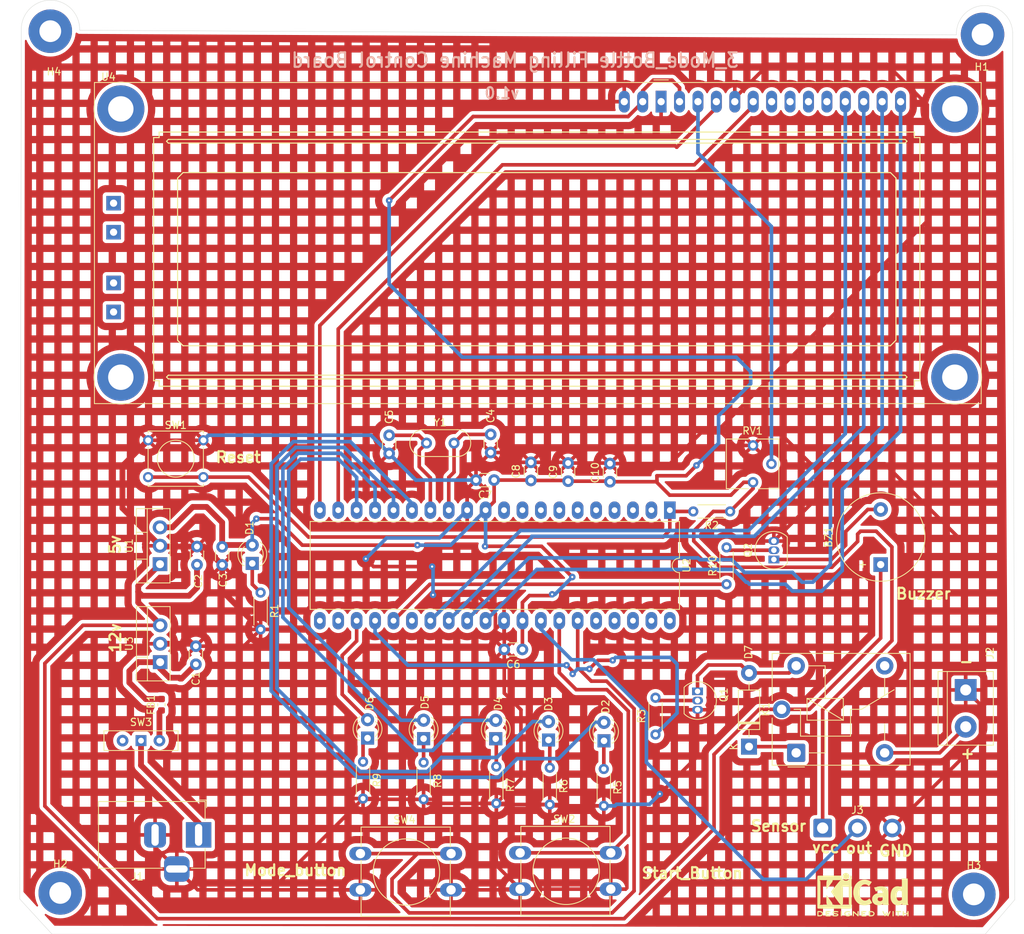
<source format=kicad_pcb>
(kicad_pcb (version 20221018) (generator pcbnew)
  (title_block (title "3 Mode bottle filling machine control board") (date "2024-06-26") (rev "v1") (company "MTCE Workshop"))
  (layers (0 "F.Cu" signal) (31 "B.Cu" signal) (34 "B.Paste" user) (35 "F.Paste" user) (36 "B.SilkS" user "B.Silkscreen") (37 "F.SilkS" user "F.Silkscreen") (38 "B.Mask" user) (39 "F.Mask" user) (44 "Edge.Cuts" user))
  (net 0 "")
  (net 1 "+12V")
  (net 2 "Net-(BZ1--)")
  (net 3 "Net-(U3-VI)")
  (net 4 "GND")
  (net 5 "+5V")
  (net 6 "Net-(U2-OSC1{slash}CLKI)")
  (net 7 "Net-(U2-OSC2{slash}CLKO)")
  (net 8 "Net-(D1-K)")
  (net 9 "Net-(D2-K)")
  (net 10 "Mode1")
  (net 11 "Net-(D3-K)")
  (net 12 "Mode2")
  (net 13 "Net-(D4-K)")
  (net 14 "Mode3")
  (net 15 "Net-(D5-K)")
  (net 16 "Pumping")
  (net 17 "Net-(D6-K)")
  (net 18 "Filled")
  (net 19 "Net-(D7-K)")
  (net 20 "Net-(D7-A)")
  (net 21 "Net-(SW3-A)")
  (net 22 "/16V")
  (net 23 "Net-(J2-Pin_2)")
  (net 24 "sensor")
  (net 26 "Net-(Q1-B)")
  (net 27 "Net-(Q2-B)")
  (net 28 "Net-(U2-~{MCLR}{slash}Vpp)")
  (net 29 "pump")
  (net 30 "buzzer")
  (net 31 "Net-(U4-VO)")
  (net 32 "start_button")
  (net 34 "Mode_Button")
  (net 44 "RS")
  (net 45 "EN")
  (net 49 "D4")
  (net 50 "D5")
  (net 51 "D6")
  (net 52 "D7")
  (footprint "Diode_THT:D_DO-41_SOD81_P10.16mm_Horizontal" (layer "F.Cu") (at 162.05 127.405 90)
    (fp_text reference "D7")
    (fp_text value "1N4007")
  )
  (footprint "Capacitor_THT:C_Disc_D3.0mm_W1.6mm_P2.50mm" (layer "F.Cu") (at 137.1 90.8 90)
    (fp_text reference "C9")
    (fp_text value "100n")
  )
  (footprint "Resistor_THT:R_Axial_DIN0204_L3.6mm_D1.6mm_P5.08mm_Horizontal" (layer "F.Cu") (at 149.15 125.74 90)
    (fp_text reference "R3")
    (fp_text value "10k")
  )
  (footprint "LED_THT:LED_D3.0mm" (layer "F.Cu") (at 93.55 102.14 90)
    (fp_text reference "D1")
    (fp_text value "Red")
  )
  (footprint "Resistor_THT:R_Axial_DIN0204_L3.6mm_D1.6mm_P5.08mm_Horizontal" (layer "F.Cu") (at 117.175 129.585 -90)
    (fp_text reference "R8")
    (fp_text value "1k5")
  )
  (footprint "Capacitor_THT:C_Disc_D3.0mm_W1.6mm_P2.50mm" (layer "F.Cu") (at 126.9 90.65 180)
    (fp_text reference "C7")
    (fp_text value "10n")
  )
  (footprint "LED_THT:LED_D3.0mm" (layer "F.Cu") (at 117.175 126.3 90)
    (fp_text reference "D5")
    (fp_text value "Yellow")
  )
  (footprint "Capacitor_THT:C_Disc_D3.0mm_W1.6mm_P2.50mm" (layer "F.Cu") (at 85.93 102.315 90)
    (fp_text reference "C2")
    (fp_text value "1uf")
  )
  (footprint "Capacitor_THT:C_Disc_D3.0mm_W1.6mm_P2.50mm" (layer "F.Cu") (at 131.975 90.7 90)
    (fp_text reference "C8")
    (fp_text value "100n")
  )
  (footprint "Symbol:KiCad-Logo2_5mm_SilkScreen" (layer "F.Cu") (at 177.75 147.8)
    (fp_text reference "REF**" hide)
    (fp_text value "KiCad-Logo2_5mm_SilkScreen" hide)
  )
  (footprint "Resistor_THT:R_Axial_DIN0204_L3.6mm_D1.6mm_P5.08mm_Horizontal" (layer "F.Cu") (at 134.575 130.31 -90)
    (fp_text reference "R6")
    (fp_text value "1k5")
  )
  (footprint "Resistor_THT:R_Axial_DIN0204_L3.6mm_D1.6mm_P5.08mm_Horizontal" (layer "F.Cu") (at 108.825 129.485 -90)
    (fp_text reference "R9")
    (fp_text value "1k5")
  )
  (footprint "Capacitor_THT:C_Disc_D3.0mm_W1.6mm_P2.50mm" (layer "F.Cu") (at 142.875 90.875 90)
    (fp_text reference "C10")
    (fp_text value "100n")
  )
  (footprint "Resistor_THT:R_Axial_DIN0204_L3.6mm_D1.6mm_P5.08mm_Horizontal" (layer "F.Cu") (at 94.7 106.16 -90)
    (fp_text reference "R1")
    (fp_text value "1k5")
  )
  (footprint "Display:LCD-016N002L" (layer "F.Cu") (at 149.925 38.4675)
    (fp_text reference "U4")
    (fp_text value "LCD-016N002L")
  )
  (footprint "Package_DIP:DIP-40_W15.24mm_LongPads" (layer "F.Cu") (at 151.125 94.795 -90)
    (fp_text reference "U2")
    (fp_text value "PIC16F877A-IP")
  )
  (footprint "Resistor_THT:R_Axial_DIN0204_L3.6mm_D1.6mm_P5.08mm_Horizontal" (layer "F.Cu") (at 159.44 94.975 180)
    (fp_text reference "R2")
    (fp_text value "10k")
  )
  (footprint "Package_TO_SOT_THT:TO-92_Inline" (layer "F.Cu") (at 154.95 119.775 -90)
    (fp_text reference "Q1")
    (fp_text value "BC547")
  )
  (footprint "Capacitor_THT:C_Disc_D3.0mm_W1.6mm_P2.50mm" (layer "F.Cu") (at 85.775 116.05 90)
    (fp_text reference "C1")
    (fp_text value "1uf")
  )
  (footprint "Resistor_THT:R_Axial_DIN0204_L3.6mm_D1.6mm_P5.08mm_Horizontal" (layer "F.Cu") (at 158.95 105.015 90)
    (fp_text reference "R10")
    (fp_text value "10k")
  )
  (footprint "LED_THT:LED_D3.0mm" (layer "F.Cu") (at 127.125 126.315 90)
    (fp_text reference "D4")
    (fp_text value "Blue")
  )
  (footprint "Buzzer_Beeper:Buzzer_12x9.5RM7.6" (layer "F.Cu") (at 180.2 102.3 90)
    (fp_text reference "BZ1")
    (fp_text value "Buzzer")
  )
  (footprint "TerminalBlock:TerminalBlock_bornier-2_P5.08mm" (layer "F.Cu") (at 191.925 119.585 -90)
    (fp_text reference "J2")
    (fp_text value "Screw_Terminal_01x02")
  )
  (footprint "Inductor_SMD:L_0603_1608Metric" (layer "F.Cu") (at 81.025 121.625 90)
    (fp_text reference "FB1")
    (fp_text value "FerriteBead")
  )
  (footprint "Resistor_THT:R_Axial_DIN0204_L3.6mm_D1.6mm_P5.08mm_Horizontal" (layer "F.Cu") (at 142.025 130.485 -90)
    (fp_text reference "R5")
    (fp_text value "1k5")
  )
  (footprint "MountingHole:MountingHole_3mm_Pad_TopBottom" (layer "F.Cu") (at 65.7 28.75)
    (fp_text reference "H4")
    (fp_text value "MountingHole_Pad")
  )
  (footprint "Button_Switch_THT:SW_Slide-03_Wuerth-WS-SLTV_10x2.5x6.4_P2.54mm" (layer "F.Cu") (at 78.21 126.575)
    (fp_text reference "SW3")
    (fp_text value "SW_Wuerth_450301014042")
  )
  (footprint "Resistor_THT:R_Axial_DIN0204_L3.6mm_D1.6mm_P5.08mm_Horizontal" (layer "F.Cu") (at 127.2 130.15 -90)
    (fp_text reference "R7")
    (fp_text value "1k5")
  )
  (footprint "MountingHole:MountingHole_3mm_Pad_TopBottom" (layer "F.Cu") (at 193.05 147.775)
    (fp_text reference "H3")
    (fp_text value "MountingHole_Pad")
  )
  (footprint "Relay_THT:Relay_SPDT_Finder_36.11" (layer "F.Cu") (at 168.55 128.2575 90)
    (fp_text reference "K1")
    (fp_text value "Relay_SPDT")
  )
  (footprint "LED_THT:LED_D3.0mm" (layer "F.Cu") (at 142.05 126.6 90)
    (fp_text reference "D2")
    (fp_text value "Blue")
  )
  (footprint "Button_Switch_THT:SW_PUSH-12mm" (layer "F.Cu") (at 108.46 142.15)
    (fp_text reference "SW4")
    (fp_text value "Mode_Button")
  )
  (footprint "Package_TO_SOT_THT:TO-92_Inline" (layer "F.Cu") (at 165.475 101.595 90)
    (fp_text reference "Q2")
    (fp_text value "BC547")
  )
  (footprint "Connector_BarrelJack:BarrelJack_Horizontal" (layer "F.Cu") (at 86.15 139.575)
    (fp_text reference "J1")
    (fp_text value "Barrel_Jack_Switch_Pin3Ring")
  )
  (footprint "Capacitor_THT:C_Disc_D3.0mm_W1.6mm_P2.50mm" (layer "F.Cu") (at 126.425 84.35 -90)
    (fp_text reference "C4")
    (fp_text value "C")
  )
  (footprint "MountingHole:MountingHole_3mm_Pad_TopBottom" (layer "F.Cu") (at 194.25 29.2)
    (fp_text reference "H1")
    (fp_text value "MountingHole_Pad")
  )
  (footprint "MountingHole:MountingHole_3mm_Pad_TopBottom" (layer "F.Cu") (at 67.075 147.575)
    (fp_text reference "H2")
    (fp_text value "MountingHole_Pad")
  )
  (footprint "Capacitor_THT:C_Disc_D3.0mm_W1.6mm_P2.50mm" (layer "F.Cu") (at 112.425 84.475 -90)
    (fp_text reference "C5")
    (fp_text value "C")
  )
  (footprint "Crystal:Crystal_HC52-U_Vertical" (layer "F.Cu") (at 117.575 85.55)
    (fp_text reference "Y1")
    (fp_text value "Crystal")
  )
  (footprint "Connector_Wire:SolderWire-0.75sqmm_1x03_P4.8mm_D1.25mm_OD2.3mm" (layer "F.Cu") (at 172.2 138.625)
    (fp_text reference "J3")
    (fp_text value "Conn_01x03_Pin")
  )
  (footprint "Package_TO_SOT_THT:TO-220-3_Vertical" (layer "F.Cu") (at 80.83 102.245 90)
    (fp_text reference "U1")
    (fp_text value "LM7805_TO220")
  )
  (footprint "LED_THT:LED_D3.0mm" (layer "F.Cu") (at 109.45 126.225 90)
    (fp_text reference "D6")
    (fp_text value "Green")
  )
  (footprint "Button_Switch_THT:SW_Tactile_Straight_KSL0Axx1LFTR" (layer "F.Cu") (at 79.19 85.16)
    (fp_text reference "SW1")
    (fp_text value "SW_Push")
  )
  (footprint "LED_THT:LED_D3.0mm" (layer "F.Cu") (at 134.4 126.49 90)
    (fp_text reference "D3")
    (fp_text value "Blue")
  )
  (footprint "Package_TO_SOT_THT:TO-220-3_Vertical" (layer "F.Cu") (at 80.85 115.755 90)
    (fp_text reference "U3")
    (fp_text value "LM7812_TO220")
  )
  (footprint "Capacitor_THT:C_Disc_D3.0mm_W1.6mm_P2.50mm" (layer "F.Cu") (at 130.8 114 180)
    (fp_text reference "C6")
    (fp_text value "47n")
  )
  (footprint "Button_Switch_THT:SW_PUSH-12mm" (layer "F.Cu") (at 130.485 142.05)
    (fp_text reference "SW2")
    (fp_text value "Start_Button")
  )
  (footprint "Potentiometer_THT:Potentiometer_Vishay_T73YP_Vertical" (layer "F.Cu") (at 162.6 90.95)
    (fp_text reference "RV1")
    (fp_text value "R_Potentiometer")
  )
  (footprint "Capacitor_THT:C_Disc_D3.0mm_W1.6mm_P2.50mm" (layer "F.Cu") (at 89.4 99.85 -90)
    (fp_text reference "C3")
    (fp_text value "1uf")
  )
  (gr_arc (start 61.7 28.5) (mid 65.785279 24.475451) (end 69.748194 28.620545) (stroke (width 0.05)) (layer "Edge.Cuts"))
  (gr_line (start 190.64677 29.259927) (end 69.748194 28.620545) (stroke (width 0.05)) (layer "Edge.Cuts"))
  (gr_line (start 65.925 153.25) (end 61.5 148.425) (stroke (width 0.05)) (layer "Edge.Cuts"))
  (gr_line (start 194.625 153.25) (end 198.7 148.5) (stroke (width 0.05)) (layer "Edge.Cuts"))
  (gr_line (start 61.5 148.425) (end 61.7 28.5) (stroke (width 0.05)) (layer "Edge.Cuts"))
  (gr_line (start 198.4 28.875) (end 198.7 148.5) (stroke (width 0.05)) (layer "Edge.Cuts"))
  (gr_line (start 65.925 153.25) (end 194.625 153.25) (stroke (width 0.05)) (layer "Edge.Cuts"))
  (gr_arc (start 190.64677 29.259927) (mid 194.33253 25.223249) (end 198.399999 28.875) (stroke (width 0.05)) (layer "Edge.Cuts"))
  (gr_text "v1.0" (at 130.525 38.175) (layer "B.SilkS") (effects (font (size 1.5 1.5) (thickness 0.3) bold) (justify left bottom mirror)))
  (gr_text "3_Mode_Bottle Filling Machine Control Board" (at 160.8 33.925) (layer "B.SilkS") (effects (font (size 2 1.8) (thickness 0.3) bold) (justify left bottom mirror)))
  (gr_text "out" (at 175.225 142.275) (layer "F.SilkS") (effects (font (size 1.5 1.5) (thickness 0.3) bold) (justify left bottom)))
  (gr_text "5v" (at 75.5 101.025 90) (layer "F.SilkS") (effects (font (size 1.5 1.5) (thickness 0.3) bold) (justify left bottom)))
  (gr_text "Buzzer" (at 182.15 107.2) (layer "F.SilkS") (effects (font (size 1.5 1.5) (thickness 0.3) bold) (justify left bottom)))
  (gr_text "vcc" (at 170.575 141.3) (layer "F.SilkS") (effects (font (size 1.5 1.5) (thickness 0.3) bold) (justify left)))
  (gr_text "12v" (at 75.55 114.625 90) (layer "F.SilkS") (effects (font (size 1.5 1.5) (thickness 0.3) bold) (justify left bottom)))
  (gr_text "Sensor" (at 162.125 139.225) (layer "F.SilkS") (effects (font (size 1.5 1.5) (thickness 0.3) bold) (justify left bottom)))
  (gr_text "Mode_button" (at 92.3 145.325) (layer "F.SilkS") (effects (font (size 1.5 1.5) (thickness 0.3) bold) (justify left bottom)))
  (gr_text "GND" (at 179.825 142.65) (layer "F.SilkS") (effects (font (size 1.5 1.5) (thickness 0.3) bold) (justify left bottom)))
  (gr_text "Reset" (at 88.35 88.375) (layer "F.SilkS") (effects (font (size 1.5 1.5) (thickness 0.3) bold) (justify left bottom)))
  (gr_text "Start_Button" (at 147.075 145.725) (layer "F.SilkS") (effects (font (size 1.5 1.5) (thickness 0.3) bold) (justify left bottom)))
  (gr_text "-" (at 190.875 116.525) (layer "F.SilkS") (effects (font (size 1.5 1.5) (thickness 0.3) bold) (justify left bottom)))
  (gr_text "+" (at 191.05 129.2) (layer "F.SilkS") (effects (font (size 1.5 1.5) (thickness 0.3) bold) (justify left bottom)))
  (segment (start 170.3675 122.2575) (end 180.2 112.425) (width 0.5) (layer "F.Cu") (net 1))
  (segment (start 80.475 151.125) (end 64.95 135.6) (width 0.5) (layer "F.Cu") (net 1))
  (segment (start 163.4425 122.2575) (end 157.225 128.475) (width 0.5) (layer "F.Cu") (net 1))
  (segment (start 77.825 107.525) (end 77.825 106.05) (width 0.8) (layer "F.Cu") (net 1))
  (segment (start 85.93 105.495) (end 84.825 106.6) (width 0.8) (layer "F.Cu") (net 1))
  (segment (start 166.55 122.2575) (end 163.4425 122.2575) (width 0.5) (layer "F.Cu") (net 1))
  (segment (start 77.825 105.25) (end 80.83 102.245) (width 0.8) (layer "F.Cu") (net 1))
  (segment (start 157.225 138.725) (end 144.825 151.125) (width 0.5) (layer "F.Cu") (net 1))
  (segment (start 180.2 112.425) (end 180.2 102.3) (width 0.5) (layer "F.Cu") (net 1))
  (segment (start 78.375 106.6) (end 77.825 106.05) (width 0.8) (layer "F.Cu") (net 1))
  (segment (start 80.85 110.675) (end 80.85 110.55) (width 0.8) (layer "F.Cu") (net 1))
  (segment (start 64.95 115.925) (end 70.2 110.675) (width 0.5) (layer "F.Cu") (net 1))
  (segment (start 85.93 102.315) (end 85.93 105.495) (width 0.8) (layer "F.Cu") (net 1))
  (segment (start 84.825 106.6) (end 78.375 106.6) (width 0.8) (layer "F.Cu") (net 1))
  (segment (start 166.55 122.2575) (end 170.3675 122.2575) (width 0.5) (layer "F.Cu") (net 1))
  (segment (start 157.225 128.475) (end 157.225 138.725) (width 0.5) (layer "F.Cu") (net 1))
  (segment (start 80.85 110.55) (end 77.825 107.525) (width 0.8) (layer "F.Cu") (net 1))
  (segment (start 64.95 135.6) (end 64.95 115.925) (width 0.5) (layer "F.Cu") (net 1))
  (segment (start 144.825 151.125) (end 80.475 151.125) (width 0.5) (layer "F.Cu") (net 1))
  (segment (start 70.2 110.675) (end 80.85 110.675) (width 0.5) (layer "F.Cu") (net 1))
  (segment (start 77.825 106.05) (end 77.825 105.25) (width 0.8) (layer "F.Cu") (net 1))
  (segment (start 175.375 99.625) (end 175.375 97.75) (width 0.5) (layer "F.Cu") (net 2))
  (segment (start 175.375 97.75) (end 178.425 94.7) (width 0.5) (layer "F.Cu") (net 2))
  (segment (start 165.475 101.595) (end 173.405 101.595) (width 0.5) (layer "F.Cu") (net 2))
  (segment (start 173.405 101.595) (end 175.375 99.625) (width 0.5) (layer "F.Cu") (net 2))
  (segment (start 178.425 94.7) (end 180.2 94.7) (width 0.5) (layer "F.Cu") (net 2))
  (segment (start 82.125 117.9) (end 83.475 117.9) (width 0.8) (layer "F.Cu") (net 3))
  (segment (start 83.475 117.9) (end 83.6 118.025) (width 0.8) (layer "F.Cu") (net 3))
  (segment (start 77.82 115.755) (end 76.6 116.975) (width 0.8) (layer "F.Cu") (net 3))
  (segment (start 80.85 115.755) (end 77.82 115.755) (width 0.8) (layer "F.Cu") (net 3))
  (segment (start 76.6 116.975) (end 76.6 118.575) (width 0.8) (layer "F.Cu") (net 3))
  (segment (start 78.8625 120.8375) (end 81.025 120.8375) (width 0.8) (layer "F.Cu") (net 3))
  (segment (start 76.6 118.575) (end 78.8625 120.8375) (width 0.8) (layer "F.Cu") (net 3))
  (segment (start 83.6 118.025) (end 83.8 118.025) (width 0.8) (layer "F.Cu") (net 3))
  (segment (start 80.85 116.625) (end 82.125 117.9) (width 0.8) (layer "F.Cu") (net 3))
  (segment (start 83.8 118.025) (end 85.775 116.05) (width 0.8) (layer "F.Cu") (net 3))
  (segment (start 80.85 115.755) (end 80.85 116.625) (width 0.8) (layer "F.Cu") (net 3))
  (segment (start 80.85 113.215) (end 85.44 113.215) (width 0.8) (layer "F.Cu") (net 4))
  (segment (start 124.474188 106.475) (end 118.475 106.475) (width 0.5) (layer "F.Cu") (net 4))
  (segment (start 126.425 86.85) (end 127.825 86.85) (width 0.5) (layer "F.Cu") (net 4))
  (segment (start 86.81 85.16) (end 79.19 85.16) (width 0.5) (layer "F.Cu") (net 4))
  (segment (start 164.095 84.375) (end 162.6 85.87) (width 0.5) (layer "F.Cu") (net 4))
  (segment (start 172 88.4) (end 171.275 89.125) (width 0.5) (layer "F.Cu") (net 4))
  (segment (start 127.075 111.225) (end 127.075 109.075812) (width 0.5) (layer "F.Cu") (net 4))
  (segment (start 191.925 99.575) (end 180.75 88.4) (width 0.5) (layer "F.Cu") (net 4))
  (segment (start 85.93 99.815) (end 86.865 99.815) (width 0.8) (layer "F.Cu") (net 4))
  (segment (start 160.045 85.87) (end 162.6 85.87) (width 0.5) (layer "F.Cu") (net 4))
  (segment (start 130.385 147.15) (end 130.485 147.05) (width 0.5) (layer "F.Cu") (net 4))
  (segment (start 80.15 139.575) (end 80.15 141.275) (width 0.5) (layer "F.Cu") (net 4))
  (segment (start 85.44 113.215) (end 85.775 113.55) (width 0.8) (layer "F.Cu") (net 4))
  (segment (start 123.125 91.925) (end 123.125 92.2) (width 0.5) (layer "F.Cu") (net 4))
  (segment (start 127.2 143.765) (end 127.2 135.23) (width 0.5) (layer "F.Cu") (net 4))
  (segment (start 166.525 84.375) (end 164.095 84.375) (width 0.5) (layer "F.Cu") (net 4))
  (segment (start 191.925 119.585) (end 193.975 121.635) (width 0.5) (layer "F.Cu") (net 4))
  (segment (start 123.125 92.2) (end 123.185 92.26) (width 0.5) (layer "F.Cu") (net 4))
  (segment (start 80.94 99.815) (end 80.83 99.705) (width 0.8) (layer "F.Cu") (net 4))
  (segment (start 89.4 105.94) (end 94.7 111.24) (width 0.8) (layer "F.Cu") (net 4))
  (segment (start 157.425 84.125) (end 158.3 84.125) (width 0.5) (layer "F.Cu") (net 4))
  (segment (start 127.825 86.85) (end 129.175 88.2) (width 0.5) (layer "F.Cu") (net 4))
  (segment (start 124.4 90.65) (end 123.125 91.925) (width 0.5) (layer "F.Cu") (net 4))
  (segment (start 86.865 99.815) (end 89.4 102.35) (width 0.8) (layer "F.Cu") (net 4))
  (segment (start 92.225 113.475) (end 92.15 113.55) (width 0.5) (layer "F.Cu") (net 4))
  (segment (start 155.425 84.125) (end 157.425 84.125) (width 0.5) (layer "F.Cu") (net 4))
  (segment (start 80.15 141.275) (end 83.15 144.275) (width 0.5) (layer "F.Cu") (net 4))
  (segment (start 120.96 147.15) (end 130.385 147.15) (width 0.5) (layer "F.Cu") (net 4))
  (segment (start 92.15 113.55) (end 85.775 113.55) (width 0.5) (layer "F.Cu") (net 4))
  (segment (start 186.625 38.9) (end 186.625 54.925) (width 0.5) (layer "F.Cu") (net 4))
  (segment (start 193.975 126.45) (end 181.8 138.625) (width 0.5) (layer "F.Cu") (net 4))
  (segment (start 142.8 88.3) (end 142.875 88.375) (width 0.5) (layer "F.Cu") (net 4))
  (segment (start 160.085 38.4675) (end 160.085 37.9675) (width 0.5) (layer "F.Cu") (net 4))
  (segment (start 124.4 88.875) (end 126.425 86.85) (width 0.5) (layer "F.Cu") (net 4))
  (segment (start 129.175 88.2) (end 131.975 88.2) (width 0.5) (layer "F.Cu") (net 4))
  (segment (start 158.3 84.125) (end 160.045 85.87) (width 0.5) (layer "F.Cu") (net 4))
  (segment (start 191.925 119.585) (end 191.925 99.575) (width 0.5) (layer "F.Cu") (net 4))
  (segment (start 180.75 88.4) (end 172 88.4) (width 0.5) (layer "F.Cu") (net 4))
  (segment (start 124.4 90.65) (end 124.4 88.875) (width 0.5) (layer "F.Cu") (net 4))
  (segment (start 89.4 102.35) (end 89.4 105.94) (width 0.8) (layer "F.Cu") (net 4))
  (segment (start 108.925 134.665) (end 108.825 134.565) (width 0.5) (layer "F.Cu") (net 4))
  (segment (start 130.6 131.83) (end 127.2 135.23) (width 0.5) (layer "F.Cu") (net 4))
  (segment (start 137 88.2) (end 137.1 88.3) (width 0.5) (layer "F.Cu") (net 4))
  (segment (start 165.475 99.055) (end 171.275 93.255) (width 0.5) (layer "F.Cu") (net 4))
  (segment (start 123.185 92.26) (end 123.185 94.795) (width 0.5) (layer "F.Cu") (net 4))
  (segment (start 108.825 134.565) (end 96.24 147.15) (width 0.5) (layer "F.Cu") (net 4))
  (segment (start 171.275 89.125) (end 166.525 84.375) (width 0.5) (layer "F.Cu") (net 4))
  (segment (start 117.74 135.23) (end 117.175 134.665) (width 0.5) (layer "F.Cu") (net 4))
  (segment (start 127.2 135.23) (end 117.74 135.23) (width 0.5) (layer "F.Cu") (net 4))
  (segment (start 130.6 122.325) (end 130.6 131.83) (width 0.5) (layer "F.Cu") (net 4))
  (segment (start 96.15 147.15) (end 86.025 147.15) (width 0.5) (layer "F.Cu") (net 4))
  (segment (start 149.75 133.925) (end 154.95 128.725) (width 0.5) (layer "F.Cu") (net 4))
  (segment (start 117.175 134.665) (end 108.925 134.665) (width 0.5) (layer "F.Cu") (net 4))
  (segment (start 131.975 88.2) (end 137 88.2) (width 0.5) (layer "F.Cu") (net 4))
  (segment (start 164.7275 33.325) (end 181.05 33.325) (width 0.5) (layer "F.Cu") (net 4))
  (segment (start 130.485 147.05) (end 127.2 143.765) (width 0.5) (layer "F.Cu") (net 4))
  (segment (start 96.24 147.15) (end 96.15 147.15) (width 0.5) (layer "F.Cu") (net 4))
  (segment (start 118.35 102.575) (end 110.275 102.575) (width 0.5) (layer "F.Cu") (net 4))
  (segment (start 128.3 114) (end 128.3 110.07) (width 0.5) (layer "F.Cu") (net 4))
  (segment (start 134.75 135.565) (end 134.575 135.39) (width 0.5) (layer "F.Cu") (net 4))
  (segment (start 137.1 88.3) (end 142.8 88.3) (width 0.5) (layer "F.Cu") (net 4))
  (segment (start 108.46 147.15) (end 96.15 147.15) (width 0.5) (layer "F.Cu") (net 4))
  (segment (start 142.985 147.05) (end 130.485 147.05) (width 0.5) (layer "F.Cu") (net 4))
  (segment (start 142.875 88.375) (end 151.175 88.375) (width 0.5) (layer "F.Cu") (net 4))
  (segment (start 94.7 111.24) (end 92.465 113.475) (width 0.5) (layer "F.Cu") (net 4))
  (segment (start 127.36 135.39) (end 127.2 135.23) (width 0.5) (layer "F.Cu") (net 4))
  (segment (start 181.05 33.325) (end 186.625 38.9) (width 0.5) (layer "F.Cu") (net 4))
  (segment (start 160.085 37.9675) (end 164.7275 33.325) (width 0.5) (layer "F.Cu") (net 4))
  (segment (start 151.175 88.375) (end 155.425 84.125) (width 0.5) (layer "F.Cu") (net 4))
  (segment (start 128.3 120.025) (end 130.6 122.325) (width 0.5) (layer "F.Cu") (net 4))
  (segment (start 75.65 88.7) (end 79.19 85.16) (width 0.8) (layer "F.Cu") (net 4))
  (segment (start 127.075 109.075812) (end 124.474188 106.475) (width 0.5) (layer "F.Cu") (net 4))
  (segment (start 128.3 114) (end 128.3 120.025) (width 0.5) (layer "F.Cu") (net 4))
  (segment (start 128.265 110.035) (end 127.075 111.225) (width 0.5) (layer "F.Cu") (net 4))
  (segment (start 142.025 135.565) (end 134.75 135.565) (width 0.5) (layer "F.Cu") (net 4))
  (segment (start 193.975 121.635) (end 193.975 126.45) (width 0.5) (layer "F.Cu") (net 4))
  (segment (start 85.93 99.815) (end 80.94 99.815) (width 0.8) (layer "F.Cu") (net 4))
  (segment (start 80.83 99.705) (end 75.65 94.525) (width 0.8) (layer "F.Cu") (net 4))
  (segment (start 134.575 135.39) (end 127.36 135.39) (width 0.5) (layer "F.Cu") (net 4))
  (segment (start 171.275 93.255) (end 171.275 89.125) (width 0.5) (layer "F.Cu") (net 4))
  (segment (start 128.3 110.07) (end 128.265 110.035) (width 0.5) (layer "F.Cu") (net 4))
  (segment (start 92.465 113.475) (end 92.225 113.475) (width 0.5) (layer "F.Cu") (net 4))
  (segment (start 86.025 147.15) (end 83.15 144.275) (width 0.5) (layer "F.Cu") (net 4))
  (segment (start 186.625 54.925) (end 157.425 84.125) (width 0.5) (layer "F.Cu") (net 4))
  (segment (start 75.65 94.525) (end 75.65 88.7) (width 0.8) (layer "F.Cu") (net 4))
  (segment (start 154.95 128.725) (end 154.95 122.315) (width 0.5) (layer "F.Cu") (net 4))
  (segment (start 110.275 102.575) (end 109.2 101.5) (width 0.5) (layer "F.Cu") (net 4))
  (via (at 118.35 102.575) (size 0.9) (drill 0.3) (layers "F.Cu" "B.Cu") (net 4))
  (via (at 149.75 133.925) (size 0.9) (drill 0.3) (layers "F.Cu" "B.Cu") (net 4))
  (via (at 118.475 106.475) (size 0.9) (drill 0.3) (layers "F.Cu" "B.Cu") (net 4))
  (via (at 109.2 101.5) (size 0.9) (drill 0.3) (layers "F.Cu" "B.Cu") (net 4))
  (segment (start 119.355 98.625) (end 123.185 94.795) (width 0.5) (layer "B.Cu") (net 4))
  (segment (start 143.775 135.35) (end 148.325 135.35) (width 0.5) (layer "B.Cu") (net 4))
  (segment (start 118.475 106.475) (end 118.475 102.7) (width 0.5) (layer "B.Cu") (net 4))
  (segment (start 118.475 102.7) (end 118.35 102.575) (width 0.5) (layer "B.Cu") (net 4))
  (segment (start 87.5085 84.4615) (end 86.81 85.16) (width 0.5) (layer "B.Cu") (net 4))
  (segment (start 116.1 90.65) (end 112.425 86.975) (width 0.5) (layer "B.Cu") (net 4))
  (segment (start 112.425 86.975) (end 109.9115 84.4615) (width 0.5) (layer "B.Cu") (net 4))
  (segment (start 148.325 135.35) (end 149.75 133.925) (width 0.5) (layer "B.Cu") (net 4))
  (segment (start 142.025 135.565) (end 143.56 135.565) (width 0.5) (layer "B.Cu") (net 4))
  (segment (start 112.075 98.625) (end 119.355 98.625) (width 0.5) (layer "B.Cu") (net 4))
  (segment (start 109.2 101.5) (end 112.075 98.625) (width 0.5) (layer "B.Cu") (net 4))
  (segment (start 109.9115 84.4615) (end 87.5085 84.4615) (width 0.5) (layer "B.Cu") (net 4))
  (segment (start 143.56 135.565) (end 143.775 135.35) (width 0.5) (layer "B.Cu") (net 4))
  (segment (start 124.4 90.65) (end 116.1 90.65) (width 0.5) (layer "B.Cu") (net 4))
  (segment (start 151.425 35.5) (end 152.465 36.54) (width 0.5) (layer "F.Cu") (net 5))
  (segment (start 131.75 106.575) (end 134.725 106.575) (width 0.5) (layer "F.Cu") (net 5))
  (segment (start 137 90.7) (end 137.1 90.8) (width 0.5) (layer "F.Cu") (net 5))
  (segment (start 89.65 99.6) (end 89.4 99.85) (width 0.8) (layer "F.Cu") (net 5))
  (segment (start 137.1 90.8) (end 142.8 90.8) (width 0.5) (layer "F.Cu") (net 5))
  (segment (start 172.2 138.625) (end 172.2 122.332626) (width 0.5) (layer "F.Cu") (net 5))
  (segment (start 154.425 99.05) (end 154.425 97.675) (width 0.5) (layer "F.Cu") (net 5))
  (segment (start 124.0075 40.5175) (end 112.425 52.1) (width 0.5) (layer "F.Cu") (net 5))
  (segment (start 131.925 90.65) (end 131.975 90.7) (width 0.5) (layer "F.Cu") (net 5))
  (segment (start 177.025 98.1) (end 177.025 99.10637) (width 0.5) (layer "F.Cu") (net 5))
  (segment (start 142.8 90.8) (end 142.875 90.875) (width 0.5) (layer "F.Cu") (net 5))
  (segment (start 130.805 110.035) (end 130.805 107.52) (width 0.5) (layer "F.Cu") (net 5))
  (segment (start 87.25 94.35) (end 89.4 96.5) (width 0.8) (layer "F.Cu") (net 5))
  (segment (start 157.125 94.975) (end 159.44 94.975) (width 0.5) (layer "F.Cu") (net 5))
  (segment (start 126.9 90.65) (end 131.925 90.65) (width 0.5) (layer "F.Cu") (net 5))
  (segment (start 89.4 96.5) (end 89.4 99.85) (width 0.8) (layer "F.Cu") (net 5))
  (segment (start 137.675 104.015) (end 133.435 99.775) (width 0.5) (layer "F.Cu") (net 5))
  (segment (start 130.8 114) (end 130.8 110.04) (width 0.5) (layer "F.Cu") (net 5))
  (segment (start 152.465 36.54) (end 152.465 38.4675) (width 0.5) (layer "F.Cu") (net 5))
  (segment (start 147.385 38.4675) (end 147.385 36.965) (width 0.5) (layer "F.Cu") (net 5))
  (segment (start 126.9 93.62) (end 125.725 94.795) (width 0.5) (layer "F.Cu") (net 5))
  (segment (start 149.35 90.775) (end 149.25 90.875) (width 0.5) (layer "F.Cu") (net 5))
  (segment (start 80.83 97.165) (end 82.535 97.165) (width 0.8) (layer "F.Cu") (net 5))
  (segment (start 85.35 94.35) (end 87.25 94.35) (width 0.8) (layer "F.Cu") (net 5))
  (segment (start 131.975 90.7) (end 137 90.7) (width 0.5) (layer "F.Cu") (net 5))
  (segment (start 96.8 95.975) (end 100.45 99.625) (width 0.5) (layer "F.Cu") (net 5))
  (segment (start 100.45 99.625) (end 116.325 99.625) (width 0.5) (layer "F.Cu") (net 5))
  (segment (start 145.383478 40.5175) (end 124.0075 40.5175) (width 0.5) (layer "F.Cu") (net 5))
  (segment (start 93.55 99.6) (end 89.65 99.6) (width 0.8) (layer "F.Cu") (net 5))
  (segment (start 82.535 97.165) (end 85.35 94.35) (width 0.8) (layer "F.Cu") (net 5))
  (segment (start 149.25 90.875) (end 151.1 92.725) (width 0.5) (layer "F.Cu") (net 5))
  (segment (start 177.425 97.7) (end 177.025 98.1) (width 0.5) (layer "F.Cu") (net 5))
  (segment (start 173.46137 102.67) (end 158.045 102.67) (width 0.5) (layer "F.Cu") (net 5))
  (segment (start 151.1 92.725) (end 159.55 92.725) (width 0.5) (layer "F.Cu") (net 5))
  (segment (start 153.375 90.05) (end 149.35 90.05) (width 0.5) (layer "F.Cu") (net 5))
  (segment (start 177.025 99.10637) (end 173.46137 102.67) (width 0.5) (layer "F.Cu") (net 5))
  (segment (start 148.85 35.5) (end 151.425 35.5) (width 0.5) (layer "F.Cu") (net 5))
  (segment (start 154.8 88.625) (end 153.375 90.05) (width 0.5) (layer "F.Cu") (net 5))
  (segment (start 154.425 97.675) (end 157.125 94.975) (width 0.5) (layer "F.Cu") (net 5))
  (segment (start 134.725 106.575) (end 134.9 106.4) (width 0.5) (layer "F.Cu") (net 5))
  (segment (start 159.44 94.975) (end 162.6 91.815) (width 0.5) (layer "F.Cu") (net 5))
  (segment (start 126.9 90.65) (end 126.9 93.62) (width 0.5) (layer "F.Cu") (net 5))
  (segment (start 179.575 97.7) (end 177.425 97.7) (width 0.5) (layer "F.Cu") (net 5))
  (segment (start 94.125 95.975) (end 96.8 95.975) (width 0.5) (layer "F.Cu") (net 5))
  (segment (start 147.385 38.515978) (end 145.383478 40.5175) (width 0.5) (layer "F.Cu") (net 5))
  (segment (start 181.75 99.875) (end 179.575 97.7) (width 0.5) (layer "F.Cu") (net 5))
  (segment (start 147.385 38.4675) (end 147.385 38.515978) (width 0.5) (layer "F.Cu") (net 5))
  (segment (start 142.875 90.875) (end 149.25 90.875) (width 0.5) (layer "F.Cu") (net 5))
  (segment (start 181.75 112.782626) (end 181.75 99.875) (width 0.5) (layer "F.Cu") (net 5))
  (segment (start 130.805 107.52) (end 131.75 106.575) (width 0.5) (layer "F.Cu") (net 5))
  (segment (start 130.8 110.04) (end 130.805 110.035) (width 0.5) (layer "F.Cu") (net 5))
  (segment (start 147.385 36.965) (end 148.85 35.5) (width 0.5) (layer "F.Cu") (net 5))
  (segment (start 149.35 90.05) (end 149.35 90.775) (width 0.5) (layer "F.Cu") (net 5))
  (segment (start 159.55 92.725) (end 161.325 90.95) (width 0.5) (layer "F.Cu") (net 5))
  (segment (start 172.2 122.332626) (end 181.75 112.782626) (width 0.5) (layer "F.Cu") (net 5))
  (segment (start 161.325 90.95) (end 162.6 90.95) (width 0.5) (layer "F.Cu") (net 5))
  (segment (start 133.435 99.775) (end 125.65 99.775) (width 0.5) (layer "F.Cu") (net 5))
  (segment (start 162.6 91.815) (end 162.6 90.95) (width 0.5) (layer "F.Cu") (net 5))
  (segment (start 158.045 102.67) (end 154.425 99.05) (width 0.5) (layer "F.Cu") (net 5))
  (via (at 134.9 106.4) (size 0.9) (drill 0.3) (layers "F.Cu" "B.Cu") (net 5))
  (via (at 94.125 95.975) (size 0.9) (drill 0.3) (layers "F.Cu" "B.Cu") (net 5))
  (via (at 125.65 99.775) (size 0.9) (drill 0.3) (layers "F.Cu" "B.Cu") (net 5))
  (via (at 137.675 104.015) (size 0.9) (drill 0.3) (layers "F.Cu" "B.Cu") (net 5))
  (via (at 112.425 52.1) (size 0.9) (drill 0.3) (layers "F.Cu" "B.Cu") (net 5))
  (via (at 154.8 88.625) (size 0.9) (drill 0.3) (layers "F.Cu" "B.Cu") (net 5))
  (via (at 116.325 99.625) (size 0.9) (drill 0.3) (layers "F.Cu" "B.Cu") (net 5))
  (segment (start 122.5 73.7) (end 155.625 73.7) (width 0.5) (layer "B.Cu") (net 5))
  (segment (start 162.275 77.35) (end 157.85 81.775) (width 0.5) (layer "B.Cu") (net 5))
  (segment (start 116.65 67.85) (end 122.5 73.7) (width 0.5) (layer "B.Cu") (net 5))
  (segment (start 125.725 99.7) (end 125.725 94.795) (width 0.5) (layer "B.Cu") (net 5))
  (segment (start 112.425 52.1) (end 112.425 63.625) (width 0.5) (layer "B.Cu") (net 5))
  (segment (start 93.55 99.6) (end 93.55 96.55) (width 0.5) (layer "B.Cu") (net 5))
  (segment (start 135.29 106.4) (end 137.675 104.015) (width 0.5) (layer "B.Cu") (net 5))
  (segment (start 157.85 81.775) (end 157.85 85.575) (width 0.5) (layer "B.Cu") (net 5))
  (segment (start 160.275 73.7) (end 162.275 75.7) (width 0.5) (layer "B.Cu") (net 5))
  (segment (start 157.85 85.575) (end 154.8 88.625) (width 0.5) (layer "B.Cu") (net 5))
  (segment (start 125.65 99.775) (end 125.725 99.7) (width 0.5) (layer "B.Cu") (net 5))
  (segment (start 116.325 99.625) (end 120.895 99.625) (width 0.5) (layer "B.Cu") (net 5))
  (segment (start 120.895 99.625) (end 125.725 94.795) (width 0.5) (layer "B.Cu") (net 5))
  (segment (start 93.55 96.55) (end 94.125 95.975) (width 0.5) (layer "B.Cu") (net 5))
  (segment (start 155.625 73.7) (end 160.275 73.7) (width 0.5) (layer "B.Cu") (net 5))
  (segment (start 134.9 106.4) (end 135.29 106.4) (width 0.5) (layer "B.Cu") (net 5))
  (segment (start 162.275 75.7) (end 162.275 77.35) (width 0.5) (layer "B.Cu") (net 5))
  (segment (start 112.425 63.625) (end 116.65 67.85) (width 0.5) (layer "B.Cu") (net 5))
  (segment (start 126.425 84.35) (end 122.575 84.35) (width 0.5) (layer "F.Cu") (net 6))
  (segment (start 121.375 89.55) (end 121.375 85.55) (width 0.5) (layer "F.Cu") (net 6))
  (segment (start 120.645 90.28) (end 121.375 89.55) (width 0.5) (layer "F.Cu") (net 6))
  (segment (start 120.645 94.795) (end 120.645 90.28) (width 0.5) (layer "F.Cu") (net 6))
  (segment (start 122.575 84.35) (end 121.375 85.55) (width 0.5) (layer "F.Cu") (net 6))
  (segment (start 116.575 88.8) (end 116.575 86.55) (width 0.5) (layer "F.Cu") (net 7))
  (segment (start 118.105 90.33) (end 116.575 88.8) (width 0.5) (layer "F.Cu") (net 7))
  (segment (start 118.105 94.795) (end 118.105 90.33) (width 0.5) (layer "F.Cu") (net 7))
  (segment (start 116.5 84.475) (end 117.575 85.55) (width 0.5) (layer "F.Cu") (net 7))
  (segment (start 116.575 86.55) (end 117.575 85.55) (width 0.5) (layer "F.Cu") (net 7))
  (segment (start 112.425 84.475) (end 116.5 84.475) (width 0.5) (layer "F.Cu") (net 7))
  (segment (start 93.55 102.14) (end 93.55 105.01) (width 0.5) (layer "F.Cu") (net 8))
  (segment (start 93.55 105.01) (end 94.7 106.16) (width 0.5) (layer "F.Cu") (net 8))
  (segment (start 142.025 126.625) (end 142.05 126.6) (width 0.5) (layer "F.Cu") (net 9))
  (segment (start 142.025 130.485) (end 142.025 126.625) (width 0.5) (layer "F.Cu") (net 9))
  (segment (start 142.05 124.06) (end 140.777208 124.06) (width 0.5) (layer "B.Cu") (net 10))
  (segment (start 108.075863 131.635) (end 96.15 119.709138) (width 0.5) (layer "B.Cu") (net 10))
  (segment (start 115.565 93.84) (end 115.565 94.795) (width 0.5) (layer "B.Cu") (net 10))
  (segment (start 99.205888 85.35) (end 107.075 85.35) (width 0.5) (layer "B.Cu") (net 10))
  (segment (start 96.15 119.709138) (end 96.15 88.405888) (width 0.5) (layer "B.Cu") (net 10))
  (segment (start 127.482767 131.635) (end 108.075863 131.635) (width 0.5) (layer "B.Cu") (net 10))
  (segment (start 140.777208 124.06) (end 135.777208 129.06) (width 0.5) (layer "B.Cu") (net 10))
  (segment (start 135.777208 129.06) (end 130.057767 129.06) (width 0.5) (layer "B.Cu") (net 10))
  (segment (start 130.057767 129.06) (end 127.482767 131.635) (width 0.5) (layer "B.Cu") (net 10))
  (segment (start 107.075 85.35) (end 115.565 93.84) (width 0.5) (layer "B.Cu") (net 10))
  (segment (start 96.15 88.405888) (end 99.205888 85.35) (width 0.5) (layer "B.Cu") (net 10))
  (segment (start 134.575 126.665) (end 134.4 126.49) (width 0.5) (layer "F.Cu") (net 11))
  (segment (start 134.575 130.31) (end 134.575 126.665) (width 0.5) (layer "F.Cu") (net 11))
  (segment (start 113.025 92.925) (end 113.025 94.795) (width 0.5) (layer "B.Cu") (net 12))
  (segment (start 119.627767 128.9) (end 117.692767 130.835) (width 0.5) (layer "B.Cu") (net 12))
  (segment (start 132.225 123.95) (end 127.275 128.9) (width 0.5) (layer "B.Cu") (net 12))
  (segment (start 99.537258 86.15) (end 106.25 86.15) (width 0.5) (layer "B.Cu") (net 12))
  (segment (start 96.95 88.737258) (end 99.537258 86.15) (width 0.5) (layer "B.Cu") (net 12))
  (segment (start 108.407233 130.835) (end 96.95 119.377767) (width 0.5) (layer "B.Cu") (net 12))
  (segment (start 134.4 123.95) (end 132.225 123.95) (width 0.5) (layer "B.Cu") (net 12))
  (segment (start 106.25 86.15) (end 113.025 92.925) (width 0.5) (layer "B.Cu") (net 12))
  (segment (start 96.95 119.377767) (end 96.95 88.737258) (width 0.5) (layer "B.Cu") (net 12))
  (segment (start 127.275 128.9) (end 119.627767 128.9) (width 0.5) (layer "B.Cu") (net 12))
  (segment (start 117.692767 130.835) (end 108.407233 130.835) (width 0.5) (layer "B.Cu") (net 12))
  (segment (start 127.2 130.15) (end 127.2 126.39) (width 0.5) (layer "F.Cu") (net 13))
  (segment (start 127.2 126.39) (end 127.125 126.315) (width 0.5) (layer "F.Cu") (net 13))
  (segment (start 116.125 127.925) (end 97.775 109.575) (width 0.5) (layer "B.Cu") (net 14))
  (segment (start 122.6 123.775) (end 118.45 127.925) (width 0.5) (layer "B.Cu") (net 14))
  (segment (start 118.45 127.925) (end 116.125 127.925) (width 0.5) (layer "B.Cu") (net 14))
  (segment (start 97.775 109.575) (end 97.775 89.04363) (width 0.5) (layer "B.Cu") (net 14))
  (segment (start 110.485 91.67863) (end 110.485 94.795) (width 0.5) (layer "B.Cu") (net 14))
  (segment (start 99.868629 86.95) (end 105.75637 86.95) (width 0.5) (layer "B.Cu") (net 14))
  (segment (start 97.775 89.04363) (end 99.868629 86.95) (width 0.5) (layer "B.Cu") (net 14))
  (segment (start 127.125 123.775) (end 122.6 123.775) (width 0.5) (layer "B.Cu") (net 14))
  (segment (start 105.75637 86.95) (end 110.485 91.67863) (width 0.5) (layer "B.Cu") (net 14))
  (segment (start 117.175 129.585) (end 117.175 126.3) (width 0.5) (layer "F.Cu") (net 15))
  (segment (start 100.2 87.75) (end 105.425 87.75) (width 0.5) (layer "B.Cu") (net 16))
  (segment (start 114.067767 123.76) (end 98.575 108.267233) (width 0.5) (layer "B.Cu") (net 16))
  (segment (start 105.425 87.75) (end 107.945 90.27) (width 0.5) (layer "B.Cu") (net 16))
  (segment (start 98.575 108.267233) (end 98.575 89.375) (width 0.5) (layer "B.Cu") (net 16))
  (segment (start 107.945 90.27) (end 107.945 94.795) (width 0.5) (layer "B.Cu") (net 16))
  (segment (start 98.575 89.375) (end 100.2 87.75) (width 0.5) (layer "B.Cu") (net 16))
  (segment (start 117.175 123.76) (end 114.067767 123.76) (width 0.5) (layer "B.Cu") (net 16))
  (segment (start 108.825 129.485) (end 108.825 126.85) (width 0.5) (layer "F.Cu") (net 17))
  (segment (start 108.825 126.85) (end 109.45 126.225) (width 0.5) (layer "F.Cu") (net 17))
  (segment (start 107.945 112.83) (end 107.945 110.035) (width 0.5) (layer "F.Cu") (net 18))
  (segment (start 109.45 123.685) (end 105.95 120.185) (width 0.5) (layer "F.Cu") (net 18))
  (segment (start 105.95 114.825) (end 107.945 112.83) (width 0.5) (layer "F.Cu") (net 18))
  (segment (start 105.95 120.185) (end 105.95 114.825) (width 0.5) (layer "F.Cu") (net 18))
  (segment (start 167.6975 127.405) (end 168.55 128.2575) (width 0.5) (layer "F.Cu") (net 19))
  (segment (start 162.05 127.405) (end 167.6975 127.405) (width 0.5) (layer "F.Cu") (net 19))
  (segment (start 160.955 116.15) (end 162.05 117.245) (width 0.5) (layer "F.Cu") (net 20))
  (segment (start 162.05 117.245) (end 167.5625 117.245) (width 0.5) (layer "F.Cu") (net 20))
  (segment (start 156.425 116.15) (end 160.955 116.15) (width 0.5) (layer "F.Cu") (net 20))
  (segment (start 154.95 119.775) (end 154.95 117.625) (width 0.5) (layer "F.Cu") (net 20))
  (segment (start 154.95 117.625) (end 156.425 116.15) (width 0.5) (layer "F.Cu") (net 20))
  (segment (start 167.5625 117.245) (end 168.55 116.2575) (width 0.5) (layer "F.Cu") (net 20))
  (segment (start 80.75 122.6875) (end 81.025 122.4125) (width 0.8) (layer "F.Cu") (net 21))
  (segment (start 80.75 126.575) (end 80.75 122.6875) (width 0.8) (layer "F.Cu") (net 21))
  (segment (start 86.15 139.575) (end 86.15 137.925) (width 0.8) (layer "F.Cu") (net 22))
  (segment (start 86.15 137.925) (end 78.21 129.985) (width 0.8) (layer "F.Cu") (net 22))
  (segment (start 78.21 129.985) (end 78.21 126.575) (width 0.8) (layer "F.Cu") (net 22))
  (segment (start 188.3325 128.2575) (end 191.925 124.665) (width 0.5) (layer "F.Cu") (net 23))
  (segment (start 180.75 128.2575) (end 188.3325 128.2575) (width 0.5) (layer "F.Cu") (net 23))
  (segment (start 147.9 129.575) (end 147.9 122.725) (width 0.5) (layer "B.Cu") (net 24))
  (segment (start 133.345 111.195) (end 133.345 110.035) (width 0.5) (layer "B.Cu") (net 24))
  (segment (start 137.575 115.425) (end 133.345 111.195) (width 0.5) (layer "B.Cu") (net 24))
  (segment (start 169.925 145.7) (end 164.025 145.7) (width 0.5) (layer "B.Cu") (net 24))
  (segment (start 147.9 122.725) (end 140.6 115.425) (width 0.5) (layer "B.Cu") (net 24))
  (segment (start 164.025 145.7) (end 147.9 129.575) (width 0.5) (layer "B.Cu") (net 24))
  (segment (start 140.6 115.425) (end 137.575 115.425) (width 0.5) (layer "B.Cu") (net 24))
  (segment (start 177 138.625) (end 169.925 145.7) (width 0.5) (layer "B.Cu") (net 24))
  (segment (start 149.535 121.045) (end 154.95 121.045) (width 0.5) (layer "F.Cu") (net 26))
  (segment (start 149.15 120.66) (end 149.535 121.045) (width 0.5) (layer "F.Cu") (net 26))
  (segment (start 158.95 99.935) (end 159.34 100.325) (width 0.5) (layer "F.Cu") (net 27))
  (segment (start 159.34 100.325) (end 165.475 100.325) (width 0.5) (layer "F.Cu") (net 27))
  (segment (start 101.3 98.5) (end 150.2 98.5) (width 0.5) (layer "F.Cu") (net 28))
  (segment (start 93.04 90.24) (end 101.3 98.5) (width 0.5) (layer "F.Cu") (net 28))
  (segment (start 151.305 94.975) (end 151.125 94.795) (width 0.5) (layer "F.Cu") (net 28))
  (segment (start 150.2 98.5) (end 151.125 97.575) (width 0.5) (layer "F.Cu") (net 28))
  (segment (start 86.81 90.24) (end 93.04 90.24) (width 0.5) (layer "F.Cu") (net 28))
  (segment (start 151.125 97.575) (end 151.125 94.795) (width 0.5) (layer "F.Cu") (net 28))
  (segment (start 154.36 94.975) (end 151.305 94.975) (width 0.5) (layer "F.Cu") (net 28))
  (segment (start 86.81 90.24) (end 79.19 90.24) (width 0.5) (layer "F.Cu") (net 28))
  (segment (start 141.225 115.5) (end 140.032107 116.692893) (width 0.5) (layer "F.Cu") (net 29))
  (segment (start 137.725 117.015) (end 136.885 116.175) (width 0.5) (layer "F.Cu") (net 29))
  (segment (start 143.25 115.5) (end 141.225 115.5) (width 0.5) (layer "F.Cu") (net 29))
  (segment (start 137.725 117.375) (end 137.725 117.015) (width 0.5) (layer "F.Cu") (net 29))
  (via (at 143.25 115.5) (size 0.9) (drill 0.3) (layers "F.Cu" "B.Cu") (net 29))
  (via (at 136.885 116.175) (size 0.9) (drill 0.3) (layers "F.Cu" "B.Cu") (net 29))
  (via (at 140.032107 116.692893) (size 0.9) (drill 0.3) (layers "F.Cu" "B.Cu") (net 29))
  (via (at 137.725 117.375) (size 0.9) (drill 0.3) (layers "F.Cu" "B.Cu") (net 29))
  (segment (start 151.2 115.1) (end 143.65 115.1) (width 0.5) (layer "B.Cu") (net 29))
  (segment (start 110.485 111.66) (end 110.485 110.035) (width 0.5) (layer "B.Cu") (net 29))
  (segment (start 138.407107 116.692893) (end 137.725 117.375) (width 0.5) (layer "B.Cu") (net 29))
  (segment (start 143.65 115.1) (end 143.25 115.5) (width 0.5) (layer "B.Cu") (net 29))
  (segment (start 140.032107 116.692893) (end 138.407107 116.692893) (width 0.5) (layer "B.Cu") (net 29))
  (segment (start 115 116.175) (end 110.485 111.66) (width 0.5) (layer "B.Cu") (net 29))
  (segment (start 136.885 116.175) (end 115 116.175) (width 0.5) (layer "B.Cu") (net 29))
  (segment (start 152.125 122.765) (end 152.125 116.025) (width 0.5) (layer "B.Cu") (net 29))
  (segment (start 152.125 116.025) (end 151.2 115.1) (width 0.5) (layer "B.Cu") (net 29))
  (segment (start 149.15 125.74) (end 152.125 122.765) (width 0.5) (layer "B.Cu") (net 29))
  (segment (start 158.95 105.015) (end 118.045 105.015) (width 0.5) (layer "F.Cu") (net 30))
  (segment (start 118.045 105.015) (end 113.025 110.035) (width 0.5) (layer "F.Cu") (net 30))
  (segment (start 155.005 45.555) (end 155.005 38.4675) (width 0.5) (layer "B.Cu") (net 31))
  (segment (start 165.14 88.41) (end 165.14 55.69) (width 0.5) (layer "B.Cu") (net 31))
  (segment (start 165.14 55.69) (end 155.005 45.555) (width 0.5) (layer "B.Cu") (net 31))
  (segment (start 130.485 142.05) (end 142.985 142.05) (width 0.5) (layer "F.Cu") (net 32))
  (segment (start 145.4 139.635) (end 142.985 142.05) (width 0.5) (layer "F.Cu") (net 32))
  (segment (start 138.225 119.55) (end 142.45 119.55) (width 0.5) (layer "F.Cu") (net 32))
  (segment (start 135.885 117.21) (end 138.225 119.55) (width 0.5) (layer "F.Cu") (net 32))
  (segment (start 135.885 110.035) (end 135.885 117.21) (width 0.5) (layer "F.Cu") (net 32))
  (segment (start 145.4 122.5) (end 145.4 139.635) (width 0.5) (layer "F.Cu") (net 32))
  (segment (start 142.45 119.55) (end 145.4 122.5) (width 0.5) (layer "F.Cu") (net 32))
  (segment (start 146.2 147.3) (end 143.175 150.325) (width 0.5) (layer "F.Cu") (net 34))
  (segment (start 112.825 147.975) (end 112.825 145.65) (width 0.5) (layer "F.Cu") (net 34))
  (segment (start 138.425 116.5) (end 140.3 118.375) (width 0.5) (layer "F.Cu") (net 34))
  (segment (start 116.325 142.15) (end 120.96 142.15) (width 0.5) (layer "F.Cu") (net 34))
  (segment (start 143.175 150.325) (end 115.175 150.325) (width 0.5) (layer "F.Cu") (net 34))
  (segment (start 115.175 150.325) (end 112.825 147.975) (width 0.5) (layer "F.Cu") (net 34))
  (segment (start 138.425 110.035) (end 138.425 116.5) (width 0.5) (layer "F.Cu") (net 34))
  (segment (start 108.46 142.15) (end 116.325 142.15) (width 0.5) (layer "F.Cu") (net 34))
  (segment (start 140.3 118.375) (end 142.40637 118.375) (width 0.5) (layer "F.Cu") (net 34))
  (segment (start 142.40637 118.375) (end 146.2 122.16863) (width 0.5) (layer "F.Cu") (net 34))
  (segment (start 146.2 122.16863) (end 146.2 147.3) (width 0.5) (layer "F.Cu") (net 34))
  (segment (start 112.825 145.65) (end 116.325 142.15) (width 0.5) (layer "F.Cu") (net 34))
  (segment (start 105.405 69.82) (end 128.05 47.175) (width 0.5) (layer "F.Cu") (net 44))
  (segment (start 128.05 47.175) (end 154.5 47.175) (width 0.5) (layer "F.Cu") (net 44))
  (segment (start 105.405 94.795) (end 105.405 69.82) (width 0.5) (layer "F.Cu") (net 44))
  (segment (start 154.5 47.175) (end 162.625 39.05) (width 0.5) (layer "F.Cu") (net 44))
  (segment (start 162.625 39.05) (end 162.625 38.4675) (width 0.5) (layer "F.Cu") (net 44))
  (segment (start 152.075 44.75) (end 157.545 39.28) (width 0.5) (layer "F.Cu") (net 45))
  (segment (start 151.875 44.55) (end 152.075 44.75) (width 0.5) (layer "F.Cu") (net 45))
  (segment (start 127.65 44.55) (end 151.875 44.55) (width 0.5) (layer "F.Cu") (net 45))
  (segment (start 157.545 39.28) (end 157.545 38.4675) (width 0.5) (layer "F.Cu") (net 45))
  (segment (start 102.865 69.335) (end 127.65 44.55) (width 0.5) (layer "F.Cu") (net 45))
  (segment (start 102.865 94.795) (end 102.865 69.335) (width 0.5) (layer "F.Cu") (net 45))
  (segment (start 175.325 84.25) (end 175.325 38.4675) (width 0.5) (layer "B.Cu") (net 49))
  (segment (start 130.54 97.6) (end 161.975 97.6) (width 0.5) (layer "B.Cu") (net 49))
  (segment (start 118.105 110.035) (end 130.54 97.6) (width 0.5) (layer "B.Cu") (net 49))
  (segment (start 161.975 97.6) (end 175.325 84.25) (width 0.5) (layer "B.Cu") (net 49))
  (segment (start 120.645 110.035) (end 120.645 109.98) (width 0.5) (layer "B.Cu") (net 50))
  (segment (start 120.645 109.98) (end 132.1 98.525) (width 0.5) (layer "B.Cu") (net 50))
  (segment (start 177.865 83.31) (end 177.865 38.4675) (width 0.5) (layer "B.Cu") (net 50))
  (segment (start 132.1 98.525) (end 132.1 98.4) (width 0.5) (layer "B.Cu") (net 50))
  (segment (start 132.1 98.4) (end 162.775 98.4) (width 0.5) (layer "B.Cu") (net 50))
  (segment (start 162.775 98.4) (end 177.865 83.31) (width 0.5) (layer "B.Cu") (net 50))
  (segment (start 155.25 101.625) (end 159.675 101.625) (width 0.5) (layer "B.Cu") (net 51))
  (segment (start 161.425 103.375) (end 168.025 103.375) (width 0.5) (layer "B.Cu") (net 51))
  (segment (start 170.85 104.725) (end 173.275 102.3) (width 0.5) (layer "B.Cu") (net 51))
  (segment (start 180.405 83.345) (end 180.405 38.4675) (width 0.5) (layer "B.Cu") (net 51))
  (segment (start 179.075 85.2) (end 179.075 84.675) (width 0.5) (layer "B.Cu") (net 51))
  (segment (start 169.375 104.725) (end 170.85 104.725) (width 0.5) (layer "B.Cu") (net 51))
  (segment (start 123.185 109.89) (end 131.7 101.375) (width 0.5) (layer "B.Cu") (net 51))
  (segment (start 179.075 84.675) (end 180.405 83.345) (width 0.5) (layer "B.Cu") (net 51))
  (segment (start 173.275 91) (end 179.075 85.2) (width 0.5) (layer "B.Cu") (net 51))
  (segment (start 159.675 101.625) (end 161.425 103.375) (width 0.5) (layer "B.Cu") (net 51))
  (segment (start 168.025 103.375) (end 169.375 104.725) (width 0.5) (layer "B.Cu") (net 51))
  (segment (start 131.7 101.375) (end 155 101.375) (width 0.5) (layer "B.Cu") (net 51))
  (segment (start 173.275 102.3) (end 173.275 91) (width 0.5) (layer "B.Cu") (net 51))
  (segment (start 155 101.375) (end 155.25 101.625) (width 0.5) (layer "B.Cu") (net 51))
  (segment (start 123.185 110.035) (end 123.185 109.89) (width 0.5) (layer "B.Cu") (net 51))
  (segment (start 162.1 105) (end 167.075 105) (width 0.5) (layer "B.Cu") (net 52))
  (segment (start 161.825 104.725) (end 162.1 105) (width 0.5) (layer "B.Cu") (net 52))
  (segment (start 174.9 91.95) (end 182.945 83.905) (width 0.5) (layer "B.Cu") (net 52))
  (segment (start 125.725 110.035) (end 132.785 102.975) (width 0.5) (layer "B.Cu") (net 52))
  (segment (start 167.075 105) (end 168.025 105.95) (width 0.5) (layer "B.Cu") (net 52))
  (segment (start 174.9 103.125) (end 174.9 91.95) (width 0.5) (layer "B.Cu") (net 52))
  (segment (start 172.075 105.95) (end 174.9 103.125) (width 0.5) (layer "B.Cu") (net 52))
  (segment (start 159.89363 102.975) (end 161.64363 104.725) (width 0.5) (layer "B.Cu") (net 52))
  (segment (start 161.64363 104.725) (end 161.825 104.725) (width 0.5) (layer "B.Cu") (net 52))
  (segment (start 168.025 105.95) (end 172.075 105.95) (width 0.5) (layer "B.Cu") (net 52))
  (segment (start 132.785 102.975) (end 159.89363 102.975) (width 0.5) (layer "B.Cu") (net 52))
  (segment (start 182.945 83.905) (end 182.945 38.4675) (width 0.5) (layer "B.Cu") (net 52))
  (zone (net 4) (net_name "GND") (layer "F.Cu") (connect_pads (clearance 0.5)) (min_thickness 0.25) (fill yes (mode hatch) (thermal_gap 0.5) (thermal_bridge_width 0.5) (hatch_thickness 1) (hatch_gap 1.5) (hatch_orientation 0) (hatch_border_algorithm hatch_thickness) (hatch_min_hole_area 0.3))
    (polygon (pts (xy 61.225 28.55) (xy 61.825 147.25) (xy 66.275 152.1) (xy 194.275 152.3) (xy 197.9 148.25) (xy 197.1 29.15)))
  )
)
</source>
